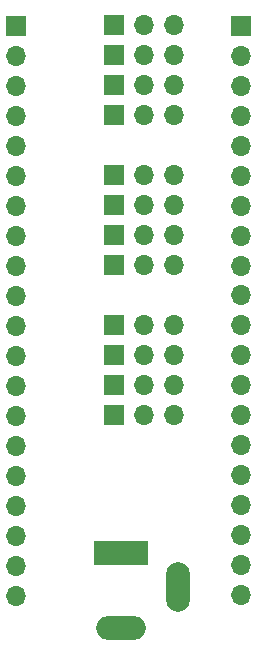
<source format=gbr>
%TF.GenerationSoftware,KiCad,Pcbnew,(6.0.5)*%
%TF.CreationDate,2022-10-13T14:31:03+01:00*%
%TF.ProjectId,OOBB-RASP-PICO-SHIELD-01,4f4f4242-2d52-4415-9350-2d5049434f2d,rev?*%
%TF.SameCoordinates,Original*%
%TF.FileFunction,Soldermask,Bot*%
%TF.FilePolarity,Negative*%
%FSLAX46Y46*%
G04 Gerber Fmt 4.6, Leading zero omitted, Abs format (unit mm)*
G04 Created by KiCad (PCBNEW (6.0.5)) date 2022-10-13 14:31:03*
%MOMM*%
%LPD*%
G01*
G04 APERTURE LIST*
%ADD10R,1.700000X1.700000*%
%ADD11O,1.700000X1.700000*%
%ADD12R,4.600000X2.000000*%
%ADD13O,4.200000X2.000000*%
%ADD14O,2.000000X4.200000*%
G04 APERTURE END LIST*
D10*
%TO.C,U10*%
X132100000Y-67720000D03*
D11*
X132100000Y-70260000D03*
X132100000Y-72800000D03*
X132100000Y-75340000D03*
X132100000Y-77880000D03*
X132100000Y-80420000D03*
X132100000Y-82960000D03*
X132100000Y-85500000D03*
X132100000Y-88040000D03*
X132100000Y-90580000D03*
X132100000Y-93120000D03*
X132100000Y-95660000D03*
X132100000Y-98200000D03*
X132100000Y-100740000D03*
X132100000Y-103280000D03*
X132100000Y-105820000D03*
X132100000Y-108360000D03*
X132100000Y-110900000D03*
X132100000Y-113440000D03*
X132100000Y-115980000D03*
X151130000Y-115975000D03*
X151130000Y-113435000D03*
X151130000Y-110895000D03*
X151130000Y-108355000D03*
X151130000Y-105815000D03*
X151130000Y-103275000D03*
X151130000Y-100735000D03*
X151130000Y-98195000D03*
X151130000Y-95655000D03*
X151130000Y-93115000D03*
X151130000Y-90575000D03*
X151130000Y-88040000D03*
X151130000Y-85500000D03*
X151130000Y-82960000D03*
X151130000Y-80420000D03*
X151130000Y-77880000D03*
X151130000Y-75340000D03*
X151130000Y-72800000D03*
X151130000Y-70260000D03*
D10*
X151130000Y-67720000D03*
%TD*%
D11*
%TO.C,J14*%
X145435000Y-88035000D03*
X142895000Y-88035000D03*
D10*
X140355000Y-88035000D03*
%TD*%
D11*
%TO.C,J13*%
X145435000Y-75335000D03*
X142895000Y-75335000D03*
D10*
X140355000Y-75335000D03*
%TD*%
D11*
%TO.C,J12*%
X145435000Y-100735000D03*
X142895000Y-100735000D03*
D10*
X140355000Y-100735000D03*
%TD*%
D12*
%TO.C,J11*%
X140970000Y-112395000D03*
D13*
X140970000Y-118695000D03*
D14*
X145770000Y-115295000D03*
%TD*%
D11*
%TO.C,J10*%
X145435000Y-98195000D03*
X142895000Y-98195000D03*
D10*
X140355000Y-98195000D03*
%TD*%
D11*
%TO.C,J9*%
X145435000Y-85495000D03*
X142895000Y-85495000D03*
D10*
X140355000Y-85495000D03*
%TD*%
D11*
%TO.C,J8*%
X145435000Y-72795000D03*
X142895000Y-72795000D03*
D10*
X140355000Y-72795000D03*
%TD*%
D11*
%TO.C,J7*%
X145435000Y-95655000D03*
X142895000Y-95655000D03*
D10*
X140355000Y-95655000D03*
%TD*%
%TO.C,J6*%
X140355000Y-82955000D03*
D11*
X142895000Y-82955000D03*
X145435000Y-82955000D03*
%TD*%
%TO.C,J5*%
X145435000Y-70255000D03*
X142895000Y-70255000D03*
D10*
X140355000Y-70255000D03*
%TD*%
D11*
%TO.C,J3*%
X145435000Y-93115000D03*
X142895000Y-93115000D03*
D10*
X140355000Y-93115000D03*
%TD*%
D11*
%TO.C,J2*%
X145435000Y-80415000D03*
X142895000Y-80415000D03*
D10*
X140355000Y-80415000D03*
%TD*%
D11*
%TO.C,J1*%
X145435000Y-67715000D03*
X142895000Y-67715000D03*
D10*
X140355000Y-67715000D03*
%TD*%
M02*

</source>
